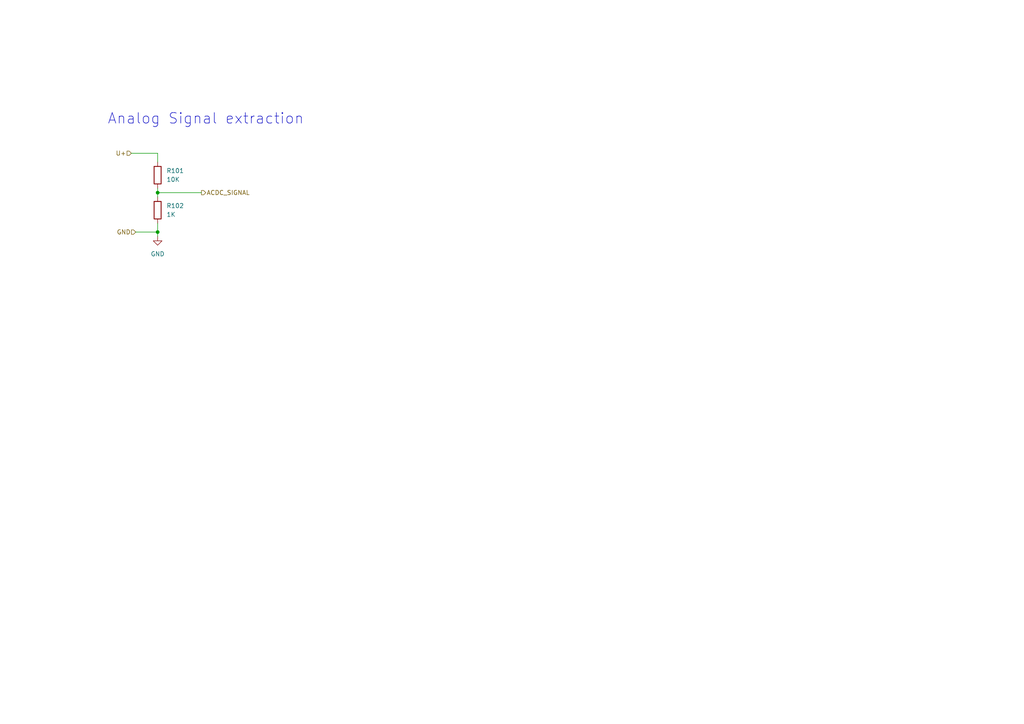
<source format=kicad_sch>
(kicad_sch (version 20231120) (generator "eeschema") (generator_version "7.99")
  (paper "A4")
  (lib_symbols
    (symbol "Device:R" (pin_numbers hide) (pin_names (offset 0))
      (property "Reference" "R" (at 2.032 0 90))
      (property "Value" "R" (at 0 0 90))
      (symbol "R_0_1"
        (rectangle (start -1.016 -2.54) (end 1.016 2.54) (stroke (width 0.254)))
      )
      (symbol "R_1_1"
        (pin passive line (at 0 3.81 270) (length 1.27) (name "~") (number "1"))
        (pin passive line (at 0 -3.81 90) (length 1.27) (name "~") (number "2"))
      )
    )
    (symbol "power:GND" (power) (pin_names (offset 0))
      (property "Value" "GND" (at 0 -3.81 0))
      (symbol "GND_0_1"
        (polyline (pts (xy 0 0) (xy 0 -1.27) (xy 1.27 -1.27) (xy 0 -2.54) (xy -1.27 -1.27) (xy 0 -1.27)))
      )
      (symbol "GND_1_1"
        (pin power_in line (at 0 0 270) (length 0) hide (name "GND") (number "1"))
      )
    )
  )
  (junction (at 45.72 67.31))
  (junction (at 45.72 55.88))
  (wire (pts (xy 45.72 67.31) (xy 45.72 64.77)))
  (wire (pts (xy 45.72 55.88) (xy 58.42 55.88)))
  (wire (pts (xy 38.1 44.45) (xy 45.72 44.45)))
  (wire (pts (xy 45.72 55.88) (xy 45.72 57.15)))
  (wire (pts (xy 45.72 54.61) (xy 45.72 55.88)))
  (wire (pts (xy 39.37 67.31) (xy 45.72 67.31)))
  (wire (pts (xy 45.72 44.45) (xy 45.72 46.99)))
  (wire (pts (xy 45.72 67.31) (xy 45.72 68.58)))
  (text "Analog Signal extraction" (at 59.69 34.544 0) (effects (font (size 3.048 3.048))))
  (hierarchical_label "GND" (shape input) (at 39.37 67.31 180))
  (hierarchical_label "U+" (shape input) (at 38.1 44.45 180))
  (hierarchical_label "ACDC_SIGNAL" (shape output) (at 58.42 55.88 0))
  (symbol (lib_id "Device:R") (at 45.72 50.8 0) (unit 1)
    (property "Reference" "R101" (at 48.26 49.5299 0) (effects (justify left)))
    (property "Value" "10K" (at 48.26 52.0699 0) (effects (justify left)))
    (property "Description" "Resistor" (effects (hide yes)))
  )
  (symbol (lib_id "Device:R") (at 45.72 60.96 0) (unit 1)
    (property "Reference" "R102" (at 48.26 59.6899 0) (effects (justify left)))
    (property "Value" "1K" (at 48.26 62.2299 0) (effects (justify left)))
    (property "Description" "Resistor" (effects (hide yes)))
  )
  (symbol (lib_id "power:GND") (at 45.72 68.58 0) (mirror y) (unit 1)
    (property "Reference" "#PWR0601" (effects (hide yes)))
    (property "Value" "GND" (at 45.72 73.66 0))
    (property "Description" "Power symbol creates a global label with name \"GND\" , ground" (effects (hide yes)))
  )
)
</source>
